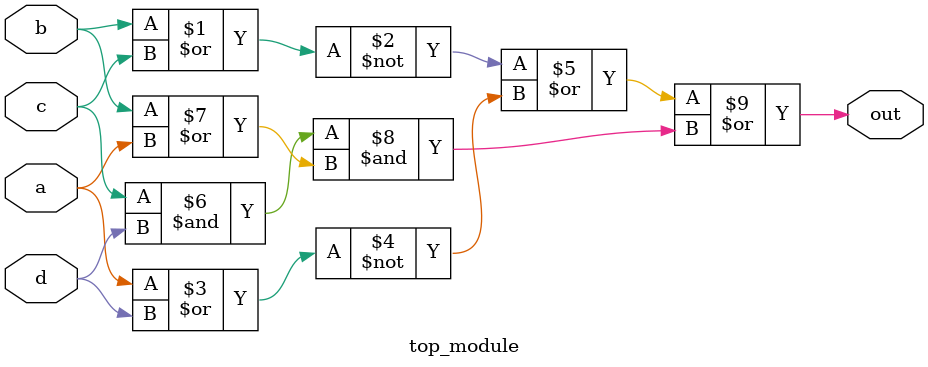
<source format=v>
module top_module(
    input a,
    input b,
    input c,
    input d,
    output out  ); 
    assign out = ~(b|c) | ~(a|d) | (c&d)&(b|a) ;
endmodule
</source>
